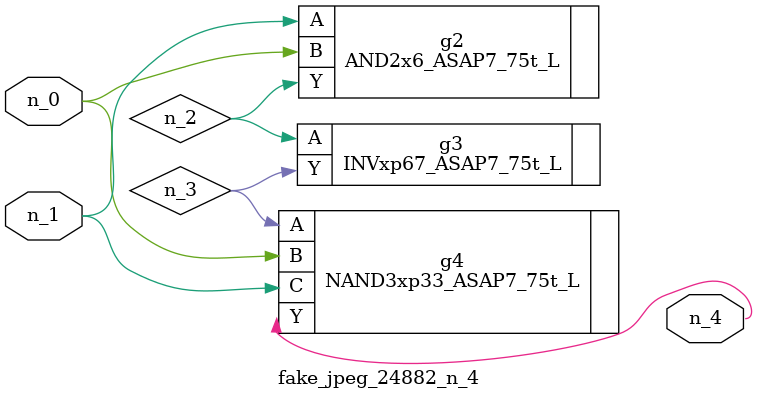
<source format=v>
module fake_jpeg_24882_n_4 (n_0, n_1, n_4);

input n_0;
input n_1;

output n_4;

wire n_2;
wire n_3;

AND2x6_ASAP7_75t_L g2 ( 
.A(n_1),
.B(n_0),
.Y(n_2)
);

INVxp67_ASAP7_75t_L g3 ( 
.A(n_2),
.Y(n_3)
);

NAND3xp33_ASAP7_75t_L g4 ( 
.A(n_3),
.B(n_0),
.C(n_1),
.Y(n_4)
);


endmodule
</source>
